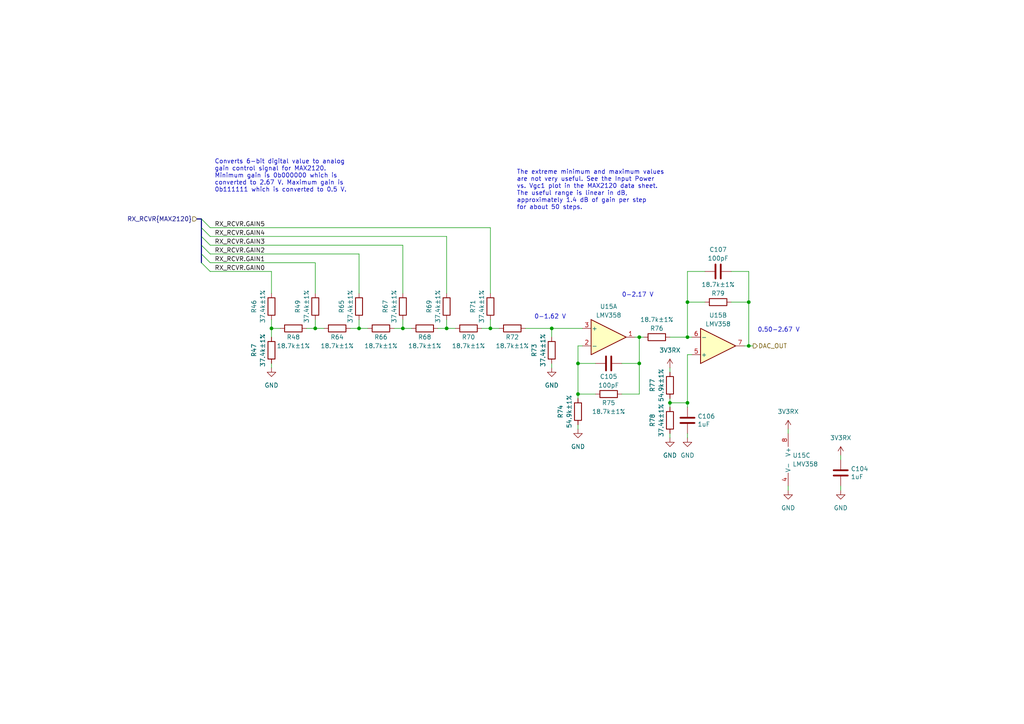
<source format=kicad_sch>
(kicad_sch (version 20230121) (generator eeschema)
  (paper "A4")
  (title_block (title "${TITLE}") (date "${DATE}") (rev "${VERSION}") (company "${COPYRIGHT}") (comment 1 "${LICENSE}"))
  (lib_symbols
    (symbol "Amplifier_Operational:LMV358" (pin_names (offset 0.127))
      (property "Reference" "U" (at 0 5.08 0))
      (property "Value" "LMV358" (at 0 -5.08 0))
      (symbol "LMV358_1_1"
        (polyline (pts (xy -5.08 5.08) (xy 5.08 0) (xy -5.08 -5.08) (xy -5.08 5.08)) (stroke (width 0.254)) (fill (type background)))
        (pin output line (at 7.62 0 180) (length 2.54) (name "~") (number "1"))
        (pin input line (at -7.62 -2.54 0) (length 2.54) (name "-") (number "2"))
        (pin input line (at -7.62 2.54 0) (length 2.54) (name "+") (number "3"))
      )
      (symbol "LMV358_2_1"
        (polyline (pts (xy -5.08 5.08) (xy 5.08 0) (xy -5.08 -5.08) (xy -5.08 5.08)) (stroke (width 0.254)) (fill (type background)))
        (pin input line (at -7.62 2.54 0) (length 2.54) (name "+") (number "5"))
        (pin input line (at -7.62 -2.54 0) (length 2.54) (name "-") (number "6"))
        (pin output line (at 7.62 0 180) (length 2.54) (name "~") (number "7"))
      )
      (symbol "LMV358_3_1"
        (pin power_in line (at -2.54 -7.62 90) (length 3.81) (name "V-") (number "4"))
        (pin power_in line (at -2.54 7.62 270) (length 3.81) (name "V+") (number "8"))
      )
    )
    (symbol "Device:C" (pin_numbers hide) (pin_names (offset 0.254))
      (property "Reference" "C" (at 0.635 2.54 0))
      (property "Value" "C" (at 0.635 -2.54 0))
      (symbol "C_0_1"
        (polyline (pts (xy -2.032 -0.762) (xy 2.032 -0.762)) (stroke (width 0.508)))
        (polyline (pts (xy -2.032 0.762) (xy 2.032 0.762)) (stroke (width 0.508)))
      )
      (symbol "C_1_1"
        (pin passive line (at 0 3.81 270) (length 2.794) (name "~") (number "1"))
        (pin passive line (at 0 -3.81 90) (length 2.794) (name "~") (number "2"))
      )
    )
    (symbol "Device:R" (pin_numbers hide) (pin_names (offset 0))
      (property "Reference" "R" (at 2.032 0 90))
      (property "Value" "R" (at 0 0 90))
      (symbol "R_0_1"
        (rectangle (start -1.016 -2.54) (end 1.016 2.54) (stroke (width 0.254)))
      )
      (symbol "R_1_1"
        (pin passive line (at 0 3.81 270) (length 1.27) (name "~") (number "1"))
        (pin passive line (at 0 -3.81 90) (length 1.27) (name "~") (number "2"))
      )
    )
    (symbol "GND_2" (power) (pin_names (offset 0))
      (property "Value" "GND_2" (at 0 -3.81 0))
      (symbol "GND_2_0_1"
        (polyline (pts (xy 0 0) (xy 0 -1.27) (xy 1.27 -1.27) (xy 0 -2.54) (xy -1.27 -1.27) (xy 0 -1.27)))
      )
      (symbol "GND_2_1_1"
        (pin power_in line (at 0 0 270) (length 0) hide (name "GND") (number "1"))
      )
    )
    (symbol "power:GND" (power) (pin_names (offset 0))
      (property "Value" "GND" (at 0 -3.81 0))
      (symbol "GND_0_1"
        (polyline (pts (xy 0 0) (xy 0 -1.27) (xy 1.27 -1.27) (xy 0 -2.54) (xy -1.27 -1.27) (xy 0 -1.27)))
      )
      (symbol "GND_1_1"
        (pin power_in line (at 0 0 270) (length 0) hide (name "GND") (number "1"))
      )
    )
    (symbol "support_hardware:3V3RX" (power) (pin_names (offset 0))
      (property "Value" "3V3RX" (at 0 3.81 0))
      (symbol "3V3RX_0_1"
        (polyline (pts (xy -0.762 1.27) (xy 0 2.54)))
        (polyline (pts (xy 0 0) (xy 0 2.54)))
        (polyline (pts (xy 0 2.54) (xy 0.762 1.27)))
      )
      (symbol "3V3RX_1_1"
        (pin power_in line (at 0 0 90) (length 0) hide (name "3V3RX") (number "1"))
      )
    )
  )
  (junction (at 104.14 95.25))
  (junction (at 91.44 95.25))
  (junction (at 116.84 95.25))
  (junction (at 167.64 105.41))
  (junction (at 217.17 87.63))
  (junction (at 217.17 100.33))
  (junction (at 129.54 95.25))
  (junction (at 185.42 97.79))
  (junction (at 167.64 114.3))
  (junction (at 160.02 95.25))
  (junction (at 199.39 87.63))
  (junction (at 199.39 97.79))
  (junction (at 194.31 116.84))
  (junction (at 78.74 95.25))
  (junction (at 185.42 105.41))
  (junction (at 199.39 116.84))
  (junction (at 142.24 95.25))
  (bus_entry (at 58.42 73.66) (size 2.54 2.54))
  (bus_entry (at 58.42 71.12) (size 2.54 2.54))
  (bus_entry (at 58.42 68.58) (size 2.54 2.54))
  (bus_entry (at 58.42 76.2) (size 2.54 2.54))
  (bus_entry (at 58.42 66.04) (size 2.54 2.54))
  (bus_entry (at 58.42 63.5) (size 2.54 2.54))
  (wire (pts (xy 194.31 125.73) (xy 194.31 127)))
  (wire (pts (xy 139.7 95.25) (xy 142.24 95.25)))
  (wire (pts (xy 168.91 100.33) (xy 167.64 100.33)))
  (wire (pts (xy 60.96 71.12) (xy 116.84 71.12)))
  (wire (pts (xy 104.14 92.71) (xy 104.14 95.25)))
  (wire (pts (xy 101.6 95.25) (xy 104.14 95.25)))
  (wire (pts (xy 60.96 78.74) (xy 78.74 78.74)))
  (wire (pts (xy 217.17 100.33) (xy 218.44 100.33)))
  (bus (pts (xy 58.42 73.66) (xy 58.42 76.2)))
  (wire (pts (xy 199.39 87.63) (xy 199.39 97.79)))
  (wire (pts (xy 142.24 92.71) (xy 142.24 95.25)))
  (wire (pts (xy 243.84 132.08) (xy 243.84 133.35)))
  (wire (pts (xy 91.44 95.25) (xy 93.98 95.25)))
  (wire (pts (xy 116.84 71.12) (xy 116.84 85.09)))
  (wire (pts (xy 78.74 105.41) (xy 78.74 106.68)))
  (wire (pts (xy 194.31 115.57) (xy 194.31 116.84)))
  (wire (pts (xy 114.3 95.25) (xy 116.84 95.25)))
  (wire (pts (xy 217.17 78.74) (xy 212.09 78.74)))
  (wire (pts (xy 160.02 95.25) (xy 160.02 97.79)))
  (wire (pts (xy 185.42 105.41) (xy 185.42 114.3)))
  (wire (pts (xy 60.96 68.58) (xy 129.54 68.58)))
  (wire (pts (xy 167.64 114.3) (xy 167.64 115.57)))
  (wire (pts (xy 199.39 97.79) (xy 200.66 97.79)))
  (wire (pts (xy 167.64 105.41) (xy 167.64 114.3)))
  (wire (pts (xy 129.54 92.71) (xy 129.54 95.25)))
  (wire (pts (xy 167.64 123.19) (xy 167.64 124.46)))
  (wire (pts (xy 129.54 95.25) (xy 132.08 95.25)))
  (wire (pts (xy 228.6 140.97) (xy 228.6 142.24)))
  (wire (pts (xy 142.24 66.04) (xy 142.24 85.09)))
  (wire (pts (xy 60.96 76.2) (xy 91.44 76.2)))
  (wire (pts (xy 199.39 87.63) (xy 199.39 78.74)))
  (wire (pts (xy 127 95.25) (xy 129.54 95.25)))
  (wire (pts (xy 167.64 114.3) (xy 172.72 114.3)))
  (wire (pts (xy 217.17 78.74) (xy 217.17 87.63)))
  (wire (pts (xy 142.24 95.25) (xy 144.78 95.25)))
  (bus (pts (xy 58.42 66.04) (xy 58.42 68.58)))
  (wire (pts (xy 180.34 105.41) (xy 185.42 105.41)))
  (wire (pts (xy 78.74 78.74) (xy 78.74 85.09)))
  (wire (pts (xy 160.02 105.41) (xy 160.02 106.68)))
  (wire (pts (xy 91.44 92.71) (xy 91.44 95.25)))
  (bus (pts (xy 57.15 63.5) (xy 58.42 63.5)))
  (wire (pts (xy 160.02 95.25) (xy 168.91 95.25)))
  (bus (pts (xy 58.42 68.58) (xy 58.42 71.12)))
  (wire (pts (xy 194.31 116.84) (xy 194.31 118.11)))
  (wire (pts (xy 243.84 140.97) (xy 243.84 142.24)))
  (wire (pts (xy 88.9 95.25) (xy 91.44 95.25)))
  (wire (pts (xy 116.84 95.25) (xy 119.38 95.25)))
  (wire (pts (xy 60.96 73.66) (xy 104.14 73.66)))
  (bus (pts (xy 58.42 63.5) (xy 58.42 66.04)))
  (wire (pts (xy 199.39 116.84) (xy 199.39 118.11)))
  (wire (pts (xy 78.74 92.71) (xy 78.74 95.25)))
  (wire (pts (xy 199.39 102.87) (xy 199.39 116.84)))
  (wire (pts (xy 194.31 97.79) (xy 199.39 97.79)))
  (wire (pts (xy 185.42 97.79) (xy 186.69 97.79)))
  (wire (pts (xy 215.9 100.33) (xy 217.17 100.33)))
  (wire (pts (xy 185.42 97.79) (xy 185.42 105.41)))
  (wire (pts (xy 199.39 78.74) (xy 204.47 78.74)))
  (wire (pts (xy 152.4 95.25) (xy 160.02 95.25)))
  (bus (pts (xy 58.42 71.12) (xy 58.42 73.66)))
  (wire (pts (xy 199.39 116.84) (xy 194.31 116.84)))
  (wire (pts (xy 167.64 100.33) (xy 167.64 105.41)))
  (wire (pts (xy 200.66 102.87) (xy 199.39 102.87)))
  (wire (pts (xy 104.14 95.25) (xy 106.68 95.25)))
  (wire (pts (xy 167.64 105.41) (xy 172.72 105.41)))
  (wire (pts (xy 60.96 66.04) (xy 142.24 66.04)))
  (wire (pts (xy 204.47 87.63) (xy 199.39 87.63)))
  (wire (pts (xy 199.39 125.73) (xy 199.39 127)))
  (wire (pts (xy 116.84 92.71) (xy 116.84 95.25)))
  (wire (pts (xy 217.17 100.33) (xy 217.17 87.63)))
  (wire (pts (xy 129.54 68.58) (xy 129.54 85.09)))
  (wire (pts (xy 180.34 114.3) (xy 185.42 114.3)))
  (wire (pts (xy 91.44 76.2) (xy 91.44 85.09)))
  (wire (pts (xy 194.31 106.68) (xy 194.31 107.95)))
  (wire (pts (xy 81.28 95.25) (xy 78.74 95.25)))
  (wire (pts (xy 184.15 97.79) (xy 185.42 97.79)))
  (wire (pts (xy 228.6 124.46) (xy 228.6 125.73)))
  (wire (pts (xy 78.74 95.25) (xy 78.74 97.79)))
  (wire (pts (xy 217.17 87.63) (xy 212.09 87.63)))
  (wire (pts (xy 104.14 73.66) (xy 104.14 85.09)))
  (text "0.50-2.67 V" (at 219.71 96.52 0) (effects (font (size 1.27 1.27)) (justify left bottom)))
  (text "0-1.62 V" (at 154.94 92.71 0) (effects (font (size 1.27 1.27)) (justify left bottom)))
  (text "The extreme minimum and maximum values\nare not very useful. See the Input Power\nvs. Vgc1 plot in the MAX2120 data sheet.\nThe useful range is linear in dB,\napproximately 1.4 dB of gain per step\nfor about 50 steps." (at 149.86 60.96 0) (effects (font (size 1.27 1.27)) (justify left bottom)))
  (text "Converts 6-bit digital value to analog\ngain control signal for MAX2120.\nMinimum gain is 0b000000 which is\nconverted to 2.67 V. Maximum gain is\n0b111111 which is converted to 0.5 V." (at 62.23 55.88 0) (effects (font (size 1.27 1.27)) (justify left bottom)))
  (text "0-2.17 V" (at 180.34 86.36 0) (effects (font (size 1.27 1.27)) (justify left bottom)))
  (label "RX_RCVR.GAIN2" (at 62.23 73.66 0))
  (label "RX_RCVR.GAIN4" (at 62.23 68.58 0))
  (label "RX_RCVR.GAIN5" (at 62.23 66.04 0))
  (label "RX_RCVR.GAIN1" (at 62.23 76.2 0))
  (label "RX_RCVR.GAIN3" (at 62.23 71.12 0))
  (label "RX_RCVR.GAIN0" (at 62.23 78.74 0))
  (hierarchical_label "DAC_OUT" (shape output) (at 218.44 100.33 0))
  (hierarchical_label "RX_RCVR{MAX2120}" (shape input) (at 57.15 63.5 180))
  (symbol (lib_id "Device:R") (at 78.74 101.6 0) (mirror y) (unit 1)
    (property "Reference" "R47" (at 73.6569 101.6 90))
    (property "Value" "37.4k±1%" (at 76.2 101.6 90))
    (property "Footprint" "Resistor_SMD:R_0402_1005Metric" (effects hide))
    (property "Description" "RES 37.4K OHM 1% 1/16W 0402" (effects hide))
    (property "Manufacturer" "Yageo" (effects hide))
    (property "Part Number" "RC0402FR-0737K4L" (effects hide))
    (property "Substitution" "any equivalent" (effects hide))
  )
  (symbol (lib_id "Device:R") (at 97.79 95.25 90) (mirror x) (unit 1)
    (property "Reference" "R64" (at 97.79 97.7869 90))
    (property "Value" "18.7k±1%" (at 97.79 100.33 90))
    (property "Footprint" "Resistor_SMD:R_0402_1005Metric" (effects hide))
    (property "Description" "RES SMD 18.7K OHM 1% 1/10W 0402" (effects hide))
    (property "Manufacturer" "Panasonic" (effects hide))
    (property "Part Number" "ERJ-2RKF1872X" (effects hide))
    (property "Substitution" "any equivalent" (effects hide))
  )
  (symbol (lib_id "Device:R") (at 85.09 95.25 90) (mirror x) (unit 1)
    (property "Reference" "R48" (at 85.09 97.7869 90))
    (property "Value" "18.7k±1%" (at 85.09 100.33 90))
    (property "Footprint" "Resistor_SMD:R_0402_1005Metric" (effects hide))
    (property "Description" "RES SMD 18.7K OHM 1% 1/10W 0402" (effects hide))
    (property "Manufacturer" "Panasonic" (effects hide))
    (property "Part Number" "ERJ-2RKF1872X" (effects hide))
    (property "Substitution" "any equivalent" (effects hide))
  )
  (symbol (lib_name "GND_2") (lib_id "power:GND") (at 199.39 127 0) (unit 1)
    (property "Reference" "#PWR0212" (effects hide))
    (property "Value" "GND" (at 199.39 132.08 0))
  )
  (symbol (lib_id "Amplifier_Operational:LMV358") (at 231.14 133.35 0) (unit 3)
    (property "Reference" "U15" (at 229.87 132.08 0) (effects (justify left)))
    (property "Value" "LMV358" (at 229.87 134.62 0) (effects (justify left)))
    (property "Footprint" "Package_SO:MSOP-8_3x3mm_P0.65mm" (effects hide))
    (property "Datasheet" "https://datasheet.lcsc.com/lcsc/2210211730_HANSCHIP-semiconductor-LMV358IDGKRG_C5145253.pdf" (effects hide))
    (property "Manufacturer" "HANSCHIP" (effects hide))
    (property "Part Number" "LMV358IDGKRG" (effects hide))
    (property "Description" "IC OPAMP GP 2 CIRCUIT 8VSSOP" (effects hide))
    (property "Substitution" "TI LMV358AIDGKR" (effects hide))
  )
  (symbol (lib_id "Device:C") (at 243.84 137.16 0) (unit 1)
    (property "Reference" "C104" (at 246.761 135.9916 0) (effects (justify left)))
    (property "Value" "1uF" (at 246.761 138.303 0) (effects (justify left)))
    (property "Footprint" "Capacitor_SMD:C_0402_1005Metric" (effects hide))
    (property "Part Number" "CL05A105KP5NNNC" (effects hide))
    (property "Substitution" "any equivalent" (effects hide))
    (property "Description" "CAP CER 1UF 10V X5R 0402" (effects hide))
    (property "Manufacturer" "Samsung" (effects hide))
  )
  (symbol (lib_id "support_hardware:3V3RX") (at 228.6 124.46 0) (unit 1)
    (property "Reference" "#PWR0210" (effects hide))
    (property "Value" "3V3RX" (at 228.6 119.38 0))
  )
  (symbol (lib_id "Device:R") (at 110.49 95.25 90) (mirror x) (unit 1)
    (property "Reference" "R66" (at 110.49 97.7869 90))
    (property "Value" "18.7k±1%" (at 110.49 100.33 90))
    (property "Footprint" "Resistor_SMD:R_0402_1005Metric" (effects hide))
    (property "Description" "RES SMD 18.7K OHM 1% 1/10W 0402" (effects hide))
    (property "Manufacturer" "Panasonic" (effects hide))
    (property "Part Number" "ERJ-2RKF1872X" (effects hide))
    (property "Substitution" "any equivalent" (effects hide))
  )
  (symbol (lib_id "power:GND") (at 160.02 106.68 0) (unit 1)
    (property "Reference" "#PWR0208" (effects hide))
    (property "Value" "GND" (at 160.02 111.76 0))
  )
  (symbol (lib_id "Device:C") (at 199.39 121.92 0) (unit 1)
    (property "Reference" "C106" (at 202.311 120.7516 0) (effects (justify left)))
    (property "Value" "1uF" (at 202.311 123.063 0) (effects (justify left)))
    (property "Footprint" "Capacitor_SMD:C_0402_1005Metric" (effects hide))
    (property "Part Number" "CL05A105KP5NNNC" (effects hide))
    (property "Substitution" "any equivalent" (effects hide))
    (property "Description" "CAP CER 1UF 10V X5R 0402" (effects hide))
    (property "Manufacturer" "Samsung" (effects hide))
  )
  (symbol (lib_id "Device:R") (at 142.24 88.9 0) (mirror y) (unit 1)
    (property "Reference" "R71" (at 137.1569 88.9 90))
    (property "Value" "37.4k±1%" (at 139.7 88.9 90))
    (property "Footprint" "Resistor_SMD:R_0402_1005Metric" (effects hide))
    (property "Description" "RES 37.4K OHM 1% 1/16W 0402" (effects hide))
    (property "Manufacturer" "Yageo" (effects hide))
    (property "Part Number" "RC0402FR-0737K4L" (effects hide))
    (property "Substitution" "any equivalent" (effects hide))
  )
  (symbol (lib_id "Device:C") (at 176.53 105.41 270) (unit 1)
    (property "Reference" "C105" (at 176.53 109.22 90))
    (property "Value" "100pF" (at 176.53 111.76 90))
    (property "Footprint" "Capacitor_SMD:C_0201_0603Metric" (effects hide))
    (property "Description" "CAP CER 100PF 25V C0G/NP0 0201" (effects hide))
    (property "Manufacturer" "Samsung" (effects hide))
    (property "Part Number" "CL03C101JA3NNNC" (effects hide))
  )
  (symbol (lib_id "Device:R") (at 190.5 97.79 270) (mirror x) (unit 1)
    (property "Reference" "R76" (at 190.5 95.2531 90))
    (property "Value" "18.7k±1%" (at 190.5 92.71 90))
    (property "Footprint" "Resistor_SMD:R_0402_1005Metric" (effects hide))
    (property "Description" "RES SMD 18.7K OHM 1% 1/10W 0402" (effects hide))
    (property "Manufacturer" "Panasonic" (effects hide))
    (property "Part Number" "ERJ-2RKF1872X" (effects hide))
    (property "Substitution" "any equivalent" (effects hide))
  )
  (symbol (lib_id "Device:C") (at 208.28 78.74 270) (unit 1)
    (property "Reference" "C107" (at 208.28 72.39 90))
    (property "Value" "100pF" (at 208.28 74.93 90))
    (property "Footprint" "Capacitor_SMD:C_0201_0603Metric" (effects hide))
    (property "Description" "CAP CER 100PF 25V C0G/NP0 0201" (effects hide))
    (property "Manufacturer" "Samsung" (effects hide))
    (property "Part Number" "CL03C101JA3NNNC" (effects hide))
  )
  (symbol (lib_id "Device:R") (at 148.59 95.25 90) (mirror x) (unit 1)
    (property "Reference" "R72" (at 148.59 97.7869 90))
    (property "Value" "18.7k±1%" (at 148.59 100.33 90))
    (property "Footprint" "Resistor_SMD:R_0402_1005Metric" (effects hide))
    (property "Description" "RES SMD 18.7K OHM 1% 1/10W 0402" (effects hide))
    (property "Manufacturer" "Panasonic" (effects hide))
    (property "Part Number" "ERJ-2RKF1872X" (effects hide))
    (property "Substitution" "any equivalent" (effects hide))
  )
  (symbol (lib_id "Device:R") (at 194.31 111.76 180) (unit 1)
    (property "Reference" "R77" (at 189.23 111.76 90))
    (property "Value" "54.9k±1%" (at 191.7669 111.76 90))
    (property "Footprint" "Resistor_SMD:R_0402_1005Metric" (effects hide))
    (property "Description" "RES 54.9K OHM 1% 1/16W 0402" (effects hide))
    (property "Manufacturer" "Yageo" (effects hide))
    (property "Part Number" "RC0402FR-0754K9L" (effects hide))
    (property "Substitution" "any equivalent" (effects hide))
  )
  (symbol (lib_id "Device:R") (at 160.02 101.6 0) (unit 1)
    (property "Reference" "R73" (at 154.9369 101.6 90))
    (property "Value" "37.4k±1%" (at 157.48 101.6 90))
    (property "Footprint" "Resistor_SMD:R_0402_1005Metric" (effects hide))
    (property "Description" "RES 37.4K OHM 1% 1/16W 0402" (effects hide))
    (property "Manufacturer" "Yageo" (effects hide))
    (property "Part Number" "RC0402FR-0737K4L" (effects hide))
    (property "Substitution" "any equivalent" (effects hide))
  )
  (symbol (lib_id "support_hardware:3V3RX") (at 243.84 132.08 0) (unit 1)
    (property "Reference" "#PWR0205" (effects hide))
    (property "Value" "3V3RX" (at 243.84 127 0))
  )
  (symbol (lib_id "support_hardware:3V3RX") (at 194.31 106.68 0) (unit 1)
    (property "Reference" "#PWR0245" (effects hide))
    (property "Value" "3V3RX" (at 194.31 101.6 0))
  )
  (symbol (lib_id "Amplifier_Operational:LMV358") (at 208.28 100.33 0) (mirror x) (unit 2)
    (property "Reference" "U15" (at 208.28 91.44 0))
    (property "Value" "LMV358" (at 208.28 93.98 0))
    (property "Footprint" "Package_SO:MSOP-8_3x3mm_P0.65mm" (effects hide))
    (property "Datasheet" "https://datasheet.lcsc.com/lcsc/2210211730_HANSCHIP-semiconductor-LMV358IDGKRG_C5145253.pdf" (effects hide))
    (property "Manufacturer" "HANSCHIP" (effects hide))
    (property "Part Number" "LMV358IDGKRG" (effects hide))
    (property "Description" "IC OPAMP GP 2 CIRCUIT 8VSSOP" (effects hide))
    (property "Substitution" "TI LMV358AIDGKR" (effects hide))
  )
  (symbol (lib_id "Device:R") (at 116.84 88.9 0) (mirror y) (unit 1)
    (property "Reference" "R67" (at 111.7569 88.9 90))
    (property "Value" "37.4k±1%" (at 114.3 88.9 90))
    (property "Footprint" "Resistor_SMD:R_0402_1005Metric" (effects hide))
    (property "Description" "RES 37.4K OHM 1% 1/16W 0402" (effects hide))
    (property "Manufacturer" "Yageo" (effects hide))
    (property "Part Number" "RC0402FR-0737K4L" (effects hide))
    (property "Substitution" "any equivalent" (effects hide))
  )
  (symbol (lib_id "Amplifier_Operational:LMV358") (at 176.53 97.79 0) (unit 1)
    (property "Reference" "U15" (at 176.53 88.9 0))
    (property "Value" "LMV358" (at 176.53 91.44 0))
    (property "Footprint" "Package_SO:MSOP-8_3x3mm_P0.65mm" (effects hide))
    (property "Datasheet" "https://datasheet.lcsc.com/lcsc/2210211730_HANSCHIP-semiconductor-LMV358IDGKRG_C5145253.pdf" (effects hide))
    (property "Manufacturer" "HANSCHIP" (effects hide))
    (property "Part Number" "LMV358IDGKRG" (effects hide))
    (property "Description" "IC OPAMP GP 2 CIRCUIT 8VSSOP" (effects hide))
    (property "Substitution" "TI LMV358AIDGKR" (effects hide))
  )
  (symbol (lib_id "power:GND") (at 167.64 124.46 0) (unit 1)
    (property "Reference" "#PWR0209" (effects hide))
    (property "Value" "GND" (at 167.64 129.54 0))
  )
  (symbol (lib_id "power:GND") (at 194.31 127 0) (unit 1)
    (property "Reference" "#PWR0211" (effects hide))
    (property "Value" "GND" (at 194.31 132.08 0))
  )
  (symbol (lib_id "Device:R") (at 135.89 95.25 90) (mirror x) (unit 1)
    (property "Reference" "R70" (at 135.89 97.7869 90))
    (property "Value" "18.7k±1%" (at 135.89 100.33 90))
    (property "Footprint" "Resistor_SMD:R_0402_1005Metric" (effects hide))
    (property "Description" "RES SMD 18.7K OHM 1% 1/10W 0402" (effects hide))
    (property "Manufacturer" "Panasonic" (effects hide))
    (property "Part Number" "ERJ-2RKF1872X" (effects hide))
    (property "Substitution" "any equivalent" (effects hide))
  )
  (symbol (lib_id "Device:R") (at 123.19 95.25 90) (mirror x) (unit 1)
    (property "Reference" "R68" (at 123.19 97.7869 90))
    (property "Value" "18.7k±1%" (at 123.19 100.33 90))
    (property "Footprint" "Resistor_SMD:R_0402_1005Metric" (effects hide))
    (property "Description" "RES SMD 18.7K OHM 1% 1/10W 0402" (effects hide))
    (property "Manufacturer" "Panasonic" (effects hide))
    (property "Part Number" "ERJ-2RKF1872X" (effects hide))
    (property "Substitution" "any equivalent" (effects hide))
  )
  (symbol (lib_name "GND_2") (lib_id "power:GND") (at 243.84 142.24 0) (unit 1)
    (property "Reference" "#PWR0206" (effects hide))
    (property "Value" "GND" (at 243.84 147.32 0))
  )
  (symbol (lib_id "power:GND") (at 78.74 106.68 0) (unit 1)
    (property "Reference" "#PWR0204" (effects hide))
    (property "Value" "GND" (at 78.74 111.76 0))
  )
  (symbol (lib_id "Device:R") (at 129.54 88.9 0) (mirror y) (unit 1)
    (property "Reference" "R69" (at 124.4569 88.9 90))
    (property "Value" "37.4k±1%" (at 127 88.9 90))
    (property "Footprint" "Resistor_SMD:R_0402_1005Metric" (effects hide))
    (property "Description" "RES 37.4K OHM 1% 1/16W 0402" (effects hide))
    (property "Manufacturer" "Yageo" (effects hide))
    (property "Part Number" "RC0402FR-0737K4L" (effects hide))
    (property "Substitution" "any equivalent" (effects hide))
  )
  (symbol (lib_id "Device:R") (at 91.44 88.9 0) (mirror y) (unit 1)
    (property "Reference" "R49" (at 86.3569 88.9 90))
    (property "Value" "37.4k±1%" (at 88.9 88.9 90))
    (property "Footprint" "Resistor_SMD:R_0402_1005Metric" (effects hide))
    (property "Description" "RES 37.4K OHM 1% 1/16W 0402" (effects hide))
    (property "Manufacturer" "Yageo" (effects hide))
    (property "Part Number" "RC0402FR-0737K4L" (effects hide))
    (property "Substitution" "any equivalent" (effects hide))
  )
  (symbol (lib_id "Device:R") (at 167.64 119.38 180) (unit 1)
    (property "Reference" "R74" (at 162.56 119.38 90))
    (property "Value" "54.9k±1%" (at 165.0969 119.38 90))
    (property "Footprint" "Resistor_SMD:R_0402_1005Metric" (effects hide))
    (property "Description" "RES 54.9K OHM 1% 1/16W 0402" (effects hide))
    (property "Manufacturer" "Yageo" (effects hide))
    (property "Part Number" "RC0402FR-0754K9L" (effects hide))
    (property "Substitution" "any equivalent" (effects hide))
  )
  (symbol (lib_id "Device:R") (at 78.74 88.9 0) (mirror y) (unit 1)
    (property "Reference" "R46" (at 73.6569 88.9 90))
    (property "Value" "37.4k±1%" (at 76.2 88.9 90))
    (property "Footprint" "Resistor_SMD:R_0402_1005Metric" (effects hide))
    (property "Description" "RES 37.4K OHM 1% 1/16W 0402" (effects hide))
    (property "Manufacturer" "Yageo" (effects hide))
    (property "Part Number" "RC0402FR-0737K4L" (effects hide))
    (property "Substitution" "any equivalent" (effects hide))
  )
  (symbol (lib_id "Device:R") (at 176.53 114.3 270) (mirror x) (unit 1)
    (property "Reference" "R75" (at 176.53 116.8369 90))
    (property "Value" "18.7k±1%" (at 176.53 119.38 90))
    (property "Footprint" "Resistor_SMD:R_0402_1005Metric" (effects hide))
    (property "Description" "RES SMD 18.7K OHM 1% 1/10W 0402" (effects hide))
    (property "Manufacturer" "Panasonic" (effects hide))
    (property "Part Number" "ERJ-2RKF1872X" (effects hide))
    (property "Substitution" "any equivalent" (effects hide))
  )
  (symbol (lib_id "Device:R") (at 208.28 87.63 270) (mirror x) (unit 1)
    (property "Reference" "R79" (at 208.28 85.0931 90))
    (property "Value" "18.7k±1%" (at 208.28 82.55 90))
    (property "Footprint" "Resistor_SMD:R_0402_1005Metric" (effects hide))
    (property "Description" "RES SMD 18.7K OHM 1% 1/10W 0402" (effects hide))
    (property "Manufacturer" "Panasonic" (effects hide))
    (property "Part Number" "ERJ-2RKF1872X" (effects hide))
    (property "Substitution" "any equivalent" (effects hide))
  )
  (symbol (lib_id "Device:R") (at 194.31 121.92 0) (unit 1)
    (property "Reference" "R78" (at 189.2269 121.92 90))
    (property "Value" "37.4k±1%" (at 191.77 121.92 90))
    (property "Footprint" "Resistor_SMD:R_0402_1005Metric" (effects hide))
    (property "Description" "RES 37.4K OHM 1% 1/16W 0402" (effects hide))
    (property "Manufacturer" "Yageo" (effects hide))
    (property "Part Number" "RC0402FR-0737K4L" (effects hide))
    (property "Substitution" "any equivalent" (effects hide))
  )
  (symbol (lib_name "GND_2") (lib_id "power:GND") (at 228.6 142.24 0) (unit 1)
    (property "Reference" "#PWR0214" (effects hide))
    (property "Value" "GND" (at 228.6 147.32 0))
  )
  (symbol (lib_id "Device:R") (at 104.14 88.9 0) (mirror y) (unit 1)
    (property "Reference" "R65" (at 99.0569 88.9 90))
    (property "Value" "37.4k±1%" (at 101.6 88.9 90))
    (property "Footprint" "Resistor_SMD:R_0402_1005Metric" (effects hide))
    (property "Description" "RES 37.4K OHM 1% 1/16W 0402" (effects hide))
    (property "Manufacturer" "Yageo" (effects hide))
    (property "Part Number" "RC0402FR-0737K4L" (effects hide))
    (property "Substitution" "any equivalent" (effects hide))
  )
)
</source>
